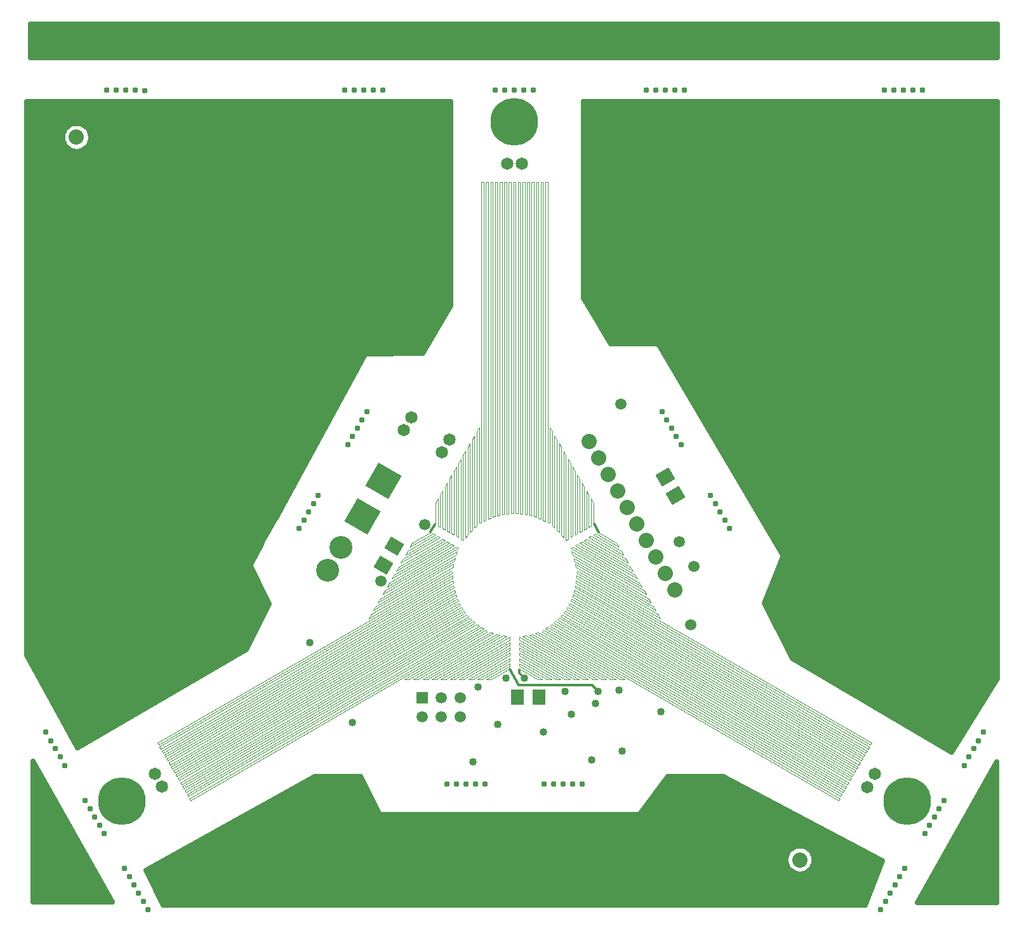
<source format=gbr>
G04 DipTrace 3.2.0.1*
G04 Inner2.gbr*
%MOIN*%
G04 #@! TF.FileFunction,Copper,L3,Inr*
G04 #@! TF.Part,Single*
%AMOUTLINE0*
4,1,4,
0.095622,0.025622,
0.025622,-0.095622,
-0.095622,-0.025622,
-0.025622,0.095622,
0.095622,0.025622,
0*%
%AMOUTLINE3*
4,1,4,
-0.05214,-0.010311,
-0.01714,0.050311,
0.05214,0.010311,
0.01714,-0.050311,
-0.05214,-0.010311,
0*%
%AMOUTLINE9*
4,1,4,
0.01714,0.050311,
0.05214,-0.010311,
-0.01714,-0.050311,
-0.05214,0.010311,
0.01714,0.050311,
0*%
G04 #@! TA.AperFunction,Conductor*
%ADD13C,0.012992*%
G04 #@! TA.AperFunction,CopperBalancing*
%ADD19C,0.025*%
G04 #@! TA.AperFunction,Nonconductor*
%ADD20C,0.004*%
G04 #@! TA.AperFunction,ComponentPad*
%ADD23C,0.12*%
%ADD29R,0.07X0.08*%
%ADD32R,0.059055X0.059055*%
%ADD33C,0.059055*%
%ADD34C,0.08*%
%ADD35C,0.065*%
%ADD36C,0.25*%
%ADD37C,0.031*%
G04 #@! TA.AperFunction,ViaPad*
%ADD41C,0.04*%
%ADD43C,0.059*%
G04 #@! TA.AperFunction,ComponentPad*
%ADD92OUTLINE0*%
%ADD95OUTLINE3*%
%ADD101OUTLINE9*%
%FSLAX26Y26*%
G04*
G70*
G90*
G75*
G01*
G04 Inner2*
%LPD*%
X3442699Y1582072D2*
D13*
X3410961Y1613811D1*
X3024756D1*
X2980664Y1695618D1*
X2584832Y2457930D2*
X2563058Y2420915D1*
X3421459Y2459709D2*
X3447043Y2418337D1*
X3057411Y1649322D2*
X3028268Y1678465D1*
Y1693865D1*
D41*
X3154699Y1368072D3*
X3428655Y1518143D3*
X2916199Y1405572D3*
X2784972Y1211925D3*
X2153789Y1418154D3*
X3567699Y1266072D3*
X3553642Y1586886D3*
X3301169Y1461899D3*
X3442699Y1582072D3*
D43*
X2531699Y2458072D3*
D41*
X1928812Y1836860D3*
X3409699Y1222072D3*
D43*
X3927699Y1932072D3*
X2303699Y2161823D3*
X3869949Y2368322D3*
X3944950Y2237072D3*
D41*
X3269699Y1582072D3*
X2960474Y1649322D3*
X3057411D3*
X3771699Y1473072D3*
X2813299Y1603281D3*
D43*
X3561699Y3089072D3*
X3366738Y4656576D2*
D19*
X5536762D1*
X3366738Y4631707D2*
X5536762D1*
X3366738Y4606839D2*
X5536762D1*
X3366738Y4581970D2*
X5536762D1*
X3366738Y4557101D2*
X5536762D1*
X3366738Y4532232D2*
X5536762D1*
X3366738Y4507364D2*
X5536762D1*
X3366738Y4482495D2*
X5536762D1*
X3366738Y4457626D2*
X5536762D1*
X3366738Y4432757D2*
X5536762D1*
X3366738Y4407888D2*
X5536762D1*
X3366738Y4383020D2*
X5536762D1*
X3366738Y4358151D2*
X5536762D1*
X3366738Y4333282D2*
X5536762D1*
X3366738Y4308413D2*
X5536762D1*
X3366738Y4283545D2*
X5536762D1*
X3366738Y4258676D2*
X5536762D1*
X3366738Y4233807D2*
X5536762D1*
X3366738Y4208938D2*
X5536762D1*
X3366738Y4184070D2*
X5536762D1*
X3366738Y4159201D2*
X5536762D1*
X3366738Y4134332D2*
X5536762D1*
X3366738Y4109463D2*
X5536762D1*
X3366738Y4084594D2*
X5536762D1*
X3366738Y4059726D2*
X5536762D1*
X3366738Y4034857D2*
X5536762D1*
X3366738Y4009988D2*
X5536762D1*
X3366738Y3985119D2*
X5536762D1*
X3366738Y3960251D2*
X5536762D1*
X3366738Y3935382D2*
X5536762D1*
X3366738Y3910513D2*
X5536762D1*
X3366738Y3885644D2*
X5536762D1*
X3366738Y3860776D2*
X5536762D1*
X3366738Y3835907D2*
X5536762D1*
X3366738Y3811038D2*
X5536762D1*
X3366738Y3786169D2*
X5536762D1*
X3366738Y3761301D2*
X5536762D1*
X3366738Y3736432D2*
X5536762D1*
X3366738Y3711563D2*
X5536762D1*
X3366738Y3686694D2*
X5536762D1*
X3366738Y3661825D2*
X5536762D1*
X3373012Y3636957D2*
X5536762D1*
X3387953Y3612088D2*
X5536762D1*
X3402846Y3587219D2*
X5536762D1*
X3417787Y3562350D2*
X5536762D1*
X3432680Y3537482D2*
X5536762D1*
X3447621Y3512613D2*
X5536762D1*
X3462514Y3487744D2*
X5536762D1*
X3477455Y3462875D2*
X5536762D1*
X3492396Y3438007D2*
X5536762D1*
X3507289Y3413138D2*
X5536762D1*
X3772133Y3388269D2*
X5536762D1*
X3786781Y3363400D2*
X5536762D1*
X3801479Y3338531D2*
X5536762D1*
X3816176Y3313663D2*
X5536762D1*
X3830873Y3288794D2*
X5536762D1*
X3845571Y3263925D2*
X5536762D1*
X3860268Y3239056D2*
X5536762D1*
X3874965Y3214188D2*
X5536762D1*
X3889663Y3189319D2*
X5536762D1*
X3904360Y3164450D2*
X5536762D1*
X3919056Y3139581D2*
X5536762D1*
X3933755Y3114713D2*
X5536762D1*
X3948451Y3089844D2*
X5536762D1*
X3963148Y3064975D2*
X5536762D1*
X3977846Y3040106D2*
X5536762D1*
X3992543Y3015238D2*
X5536762D1*
X4007240Y2990369D2*
X5536762D1*
X4021938Y2965500D2*
X5536762D1*
X4036635Y2940631D2*
X5536762D1*
X4051332Y2915762D2*
X5536762D1*
X4066029Y2890894D2*
X5536762D1*
X4080727Y2866025D2*
X5536762D1*
X4095424Y2841156D2*
X5536762D1*
X4110121Y2816287D2*
X5536762D1*
X4124819Y2791419D2*
X5536762D1*
X4139467Y2766550D2*
X5536762D1*
X4154164Y2741681D2*
X5536762D1*
X4168862Y2716812D2*
X5536762D1*
X4183559Y2691944D2*
X5536762D1*
X4198256Y2667075D2*
X5536762D1*
X4212953Y2642206D2*
X5536762D1*
X4227651Y2617337D2*
X5536762D1*
X4242348Y2592469D2*
X5536762D1*
X4257045Y2567600D2*
X5536762D1*
X4271743Y2542731D2*
X5536762D1*
X4286440Y2517862D2*
X5536762D1*
X4301136Y2492993D2*
X5536762D1*
X4315835Y2468125D2*
X5536762D1*
X4330531Y2443256D2*
X5536762D1*
X4345228Y2418387D2*
X5536762D1*
X4359927Y2393518D2*
X5536762D1*
X4374623Y2368650D2*
X5536762D1*
X4389320Y2343781D2*
X5536762D1*
X4404018Y2318912D2*
X5536762D1*
X4417739Y2294043D2*
X5536762D1*
X4407778Y2269175D2*
X5536762D1*
X4397865Y2244306D2*
X5536762D1*
X4387904Y2219437D2*
X5536762D1*
X4377944Y2194568D2*
X5536762D1*
X4367983Y2169699D2*
X5536762D1*
X4358071Y2144831D2*
X5536762D1*
X4348110Y2119962D2*
X5536762D1*
X4338148Y2095093D2*
X5536762D1*
X4328236Y2070224D2*
X5536762D1*
X4318276Y2045356D2*
X5536762D1*
X4329946Y2020487D2*
X5536762D1*
X4342396Y1995618D2*
X5536762D1*
X4354799Y1970749D2*
X5536762D1*
X4367251Y1945881D2*
X5536762D1*
X4379701Y1921012D2*
X5536762D1*
X4392104Y1896143D2*
X5536762D1*
X4404555Y1871274D2*
X5536762D1*
X4417007Y1846406D2*
X5536762D1*
X4429408Y1821537D2*
X5536762D1*
X4441860Y1796668D2*
X5536762D1*
X4454262Y1771799D2*
X5536762D1*
X4473793Y1746930D2*
X5536762D1*
X4516079Y1722062D2*
X5536762D1*
X4558364Y1697193D2*
X5536762D1*
X4600648Y1672324D2*
X5536762D1*
X4642934Y1647455D2*
X5536713D1*
X4685219Y1622587D2*
X5521136D1*
X4727455Y1597718D2*
X5505610D1*
X4769740Y1572849D2*
X5490083D1*
X4812026Y1547980D2*
X5474507D1*
X4854311Y1523112D2*
X5458979D1*
X4896596Y1498243D2*
X5443451D1*
X4938881Y1473374D2*
X5427875D1*
X4981117Y1448505D2*
X5412348D1*
X5023403Y1423636D2*
X5396820D1*
X5065688Y1398768D2*
X5381244D1*
X5107972Y1373899D2*
X5365717D1*
X5150259Y1349030D2*
X5350190D1*
X5192543Y1324161D2*
X5334613D1*
X5234780Y1299293D2*
X5319087D1*
X5277064Y1274424D2*
X5303559D1*
X5526738Y4681445D2*
X3364238D1*
Y3647412D1*
X3508841Y3406402D1*
X3753693Y3406291D1*
X3757412Y3405083D1*
X3760576Y3402783D1*
X3762499Y3400304D1*
X4413361Y2298542D1*
X4414213Y2294726D1*
X4413844Y2290832D1*
X4394774Y2242879D1*
X4315412Y2044474D1*
X4461262Y1752845D1*
X5297577Y1260894D1*
X5539252Y1647554D1*
X5539238Y4681445D1*
X5526738D1*
X445554Y4654550D2*
X2665579D1*
X445554Y4629681D2*
X2665579D1*
X445554Y4604812D2*
X2665579D1*
X445554Y4579944D2*
X2665579D1*
X445554Y4555075D2*
X665480D1*
X745627D2*
X2665579D1*
X445554Y4530206D2*
X640335D1*
X770773D2*
X2665579D1*
X445554Y4505337D2*
X630812D1*
X780295D2*
X2665579D1*
X445554Y4480469D2*
X630471D1*
X780636D2*
X2665579D1*
X445554Y4455600D2*
X639163D1*
X771945D2*
X2665579D1*
X445554Y4430731D2*
X662356D1*
X748752D2*
X2665579D1*
X445554Y4405862D2*
X2665579D1*
X445554Y4380993D2*
X2665579D1*
X445554Y4356125D2*
X2665579D1*
X445554Y4331256D2*
X2665579D1*
X445554Y4306387D2*
X2665579D1*
X445554Y4281518D2*
X2665579D1*
X445554Y4256650D2*
X2665579D1*
X445554Y4231781D2*
X2665579D1*
X445554Y4206912D2*
X2665579D1*
X445554Y4182043D2*
X2665579D1*
X445554Y4157175D2*
X2665579D1*
X445554Y4132306D2*
X2665579D1*
X445554Y4107437D2*
X2665579D1*
X445554Y4082568D2*
X2665579D1*
X445554Y4057699D2*
X2665579D1*
X445554Y4032831D2*
X2665579D1*
X445554Y4007962D2*
X2665579D1*
X445554Y3983093D2*
X2665579D1*
X445554Y3958224D2*
X2665579D1*
X445554Y3933356D2*
X2665579D1*
X445554Y3908487D2*
X2665579D1*
X445554Y3883618D2*
X2665579D1*
X445554Y3858749D2*
X2665579D1*
X445554Y3833881D2*
X2665579D1*
X445554Y3809012D2*
X2665579D1*
X445554Y3784143D2*
X2665579D1*
X445554Y3759274D2*
X2665579D1*
X445554Y3734406D2*
X2665579D1*
X445554Y3709537D2*
X2665579D1*
X445554Y3684668D2*
X2665579D1*
X445554Y3659799D2*
X2665579D1*
X445554Y3634930D2*
X2665579D1*
X445554Y3610062D2*
X2665579D1*
X445554Y3585193D2*
X2653079D1*
X445554Y3560324D2*
X2638723D1*
X445554Y3535455D2*
X2624367D1*
X445554Y3510587D2*
X2610012D1*
X445554Y3485718D2*
X2595656D1*
X445554Y3460849D2*
X2581301D1*
X445554Y3435980D2*
X2566945D1*
X445554Y3411112D2*
X2552591D1*
X445554Y3386243D2*
X2538235D1*
X445554Y3361374D2*
X2523879D1*
X445554Y3336505D2*
X2210843D1*
X445554Y3311636D2*
X2197316D1*
X445554Y3286768D2*
X2183743D1*
X445554Y3261899D2*
X2170168D1*
X445554Y3237030D2*
X2156594D1*
X445554Y3212161D2*
X2143020D1*
X445554Y3187293D2*
X2129495D1*
X445554Y3162424D2*
X2115920D1*
X445554Y3137555D2*
X2102345D1*
X445554Y3112686D2*
X2088772D1*
X445554Y3087818D2*
X2075197D1*
X445554Y3062949D2*
X2061672D1*
X445554Y3038080D2*
X2048097D1*
X445554Y3013211D2*
X2034524D1*
X445554Y2988343D2*
X2020949D1*
X445554Y2963474D2*
X2007375D1*
X445554Y2938605D2*
X1993849D1*
X445554Y2913736D2*
X1980276D1*
X445554Y2888867D2*
X1966701D1*
X445554Y2863999D2*
X1953127D1*
X445554Y2839130D2*
X1939552D1*
X445554Y2814261D2*
X1925979D1*
X445554Y2789392D2*
X1912453D1*
X445554Y2764524D2*
X1898879D1*
X445554Y2739655D2*
X1885304D1*
X445554Y2714786D2*
X1871731D1*
X445554Y2689917D2*
X1858156D1*
X445554Y2665049D2*
X1844631D1*
X445554Y2640180D2*
X1831056D1*
X445554Y2615311D2*
X1817483D1*
X445554Y2590442D2*
X1803908D1*
X445554Y2565573D2*
X1790335D1*
X445554Y2540705D2*
X1776808D1*
X445554Y2515836D2*
X1763235D1*
X445554Y2490967D2*
X1749367D1*
X445554Y2466098D2*
X1734231D1*
X445554Y2441230D2*
X1719875D1*
X445554Y2416361D2*
X1705520D1*
X445554Y2391492D2*
X1691164D1*
X445554Y2366623D2*
X1678664D1*
X445554Y2341755D2*
X1668264D1*
X445554Y2316886D2*
X1654689D1*
X445554Y2292017D2*
X1641164D1*
X445554Y2267148D2*
X1627591D1*
X445554Y2242280D2*
X1614016D1*
X445554Y2217411D2*
X1626320D1*
X445554Y2192542D2*
X1638772D1*
X445554Y2167673D2*
X1651223D1*
X445554Y2142804D2*
X1663625D1*
X445554Y2117936D2*
X1676076D1*
X445554Y2093067D2*
X1688528D1*
X445554Y2068198D2*
X1700929D1*
X445554Y2043329D2*
X1713381D1*
X445554Y2018461D2*
X1702345D1*
X445554Y1993592D2*
X1689895D1*
X445554Y1968723D2*
X1677492D1*
X445554Y1943854D2*
X1665041D1*
X445554Y1918986D2*
X1652591D1*
X445554Y1894117D2*
X1640188D1*
X445554Y1869248D2*
X1627736D1*
X445554Y1844379D2*
X1615285D1*
X445554Y1819510D2*
X1602883D1*
X445554Y1794642D2*
X1582912D1*
X445773Y1769773D2*
X1540285D1*
X459445Y1744904D2*
X1497659D1*
X473117Y1720035D2*
X1455031D1*
X486789Y1695167D2*
X1412404D1*
X500461Y1670298D2*
X1369777D1*
X514133Y1645429D2*
X1327101D1*
X527804Y1620560D2*
X1284475D1*
X541476Y1595692D2*
X1241848D1*
X555148Y1570823D2*
X1199220D1*
X568869Y1545954D2*
X1156594D1*
X582541Y1521085D2*
X1113967D1*
X596213Y1496217D2*
X1071340D1*
X609885Y1471348D2*
X1028713D1*
X623556Y1446479D2*
X986087D1*
X637228Y1421610D2*
X943411D1*
X650900Y1396741D2*
X900783D1*
X664572Y1371873D2*
X858156D1*
X678293Y1347004D2*
X815529D1*
X691965Y1322135D2*
X772903D1*
X705636Y1297266D2*
X730276D1*
X778827Y4486152D2*
X777024Y4474760D1*
X773459Y4463791D1*
X768223Y4453514D1*
X761444Y4444184D1*
X753289Y4436029D1*
X743958Y4429249D1*
X733681Y4424013D1*
X722713Y4420449D1*
X711320Y4418646D1*
X699787D1*
X688395Y4420449D1*
X677427Y4424013D1*
X667150Y4429249D1*
X657819Y4436029D1*
X649664Y4444184D1*
X642885Y4453514D1*
X637648Y4463791D1*
X634084Y4474760D1*
X632281Y4486152D1*
Y4497685D1*
X634084Y4509077D1*
X637648Y4520046D1*
X642885Y4530323D1*
X649664Y4539654D1*
X657819Y4547808D1*
X667150Y4554588D1*
X677427Y4559824D1*
X688395Y4563388D1*
X699787Y4565192D1*
X711320D1*
X722713Y4563388D1*
X733681Y4559824D1*
X743958Y4554588D1*
X753289Y4547808D1*
X761444Y4539654D1*
X768223Y4530323D1*
X773459Y4520046D1*
X777024Y4509077D1*
X778827Y4497685D1*
Y4486152D1*
X1699654Y2401919D2*
X1747261Y2484197D1*
X1752163Y2491365D1*
X1787178Y2555168D1*
X2220651Y3349547D1*
X2223493Y3352234D1*
X2227026Y3353911D1*
X2231024Y3354406D1*
X2363513Y3354419D1*
X2377185Y3356064D1*
X2397438Y3356908D1*
X2523816D1*
X2668052Y3606795D1*
X2668054Y4679419D1*
X443054D1*
Y1770092D1*
X710350Y1284135D1*
X1596070Y1800857D1*
X1716593Y2041948D1*
X1618636Y2238146D1*
X1618054Y2242013D1*
X1618696Y2245871D1*
X1625566Y2258878D1*
X1673147Y2346110D1*
X1675392Y2352757D1*
X1684008Y2373133D1*
X1693404Y2391093D1*
X1699654Y2401919D1*
X1913745Y1107912D2*
X2204986D1*
X3792896D2*
X4144147D1*
X1868971Y1083043D2*
X2217437D1*
X3774244D2*
X4191119D1*
X1824244Y1058175D2*
X2229840D1*
X3755592D2*
X4238092D1*
X1779469Y1033306D2*
X2242291D1*
X3736940D2*
X4285064D1*
X1734693Y1008437D2*
X2254741D1*
X3718287D2*
X4332037D1*
X1689917Y983568D2*
X2267144D1*
X3699635D2*
X4379009D1*
X1645192Y958699D2*
X2279596D1*
X3680983D2*
X4425983D1*
X1600416Y933831D2*
X2292047D1*
X3662329D2*
X4472955D1*
X1555640Y908962D2*
X4519928D1*
X1510865Y884093D2*
X4566900D1*
X1466089Y859224D2*
X4613873D1*
X1421364Y834356D2*
X4660845D1*
X1376588Y809487D2*
X4707818D1*
X1331812Y784618D2*
X4754791D1*
X1287037Y759749D2*
X4464996D1*
X4540552D2*
X4801764D1*
X1242311Y734881D2*
X4438336D1*
X4567213D2*
X4848736D1*
X1197535Y710012D2*
X4428277D1*
X4577272D2*
X4895757D1*
X1152760Y685143D2*
X4427496D1*
X4578052D2*
X4932769D1*
X1107984Y660274D2*
X4435650D1*
X4569899D2*
X4922808D1*
X1074196Y635406D2*
X4457623D1*
X4547925D2*
X4912848D1*
X1086597Y610537D2*
X4902936D1*
X1099049Y585668D2*
X4892975D1*
X1111500Y560799D2*
X4883013D1*
X1123902Y535930D2*
X4873052D1*
X1136353Y511062D2*
X4863140D1*
X1148804Y486193D2*
X4853180D1*
X1161207Y461324D2*
X4843219D1*
X4576047Y689514D2*
X4574244Y678122D1*
X4570680Y667154D1*
X4565444Y656877D1*
X4558664Y647546D1*
X4550509Y639391D1*
X4541178Y632612D1*
X4530902Y627375D1*
X4519933Y623811D1*
X4508541Y622008D1*
X4497008D1*
X4485615Y623811D1*
X4474647Y627375D1*
X4464370Y632612D1*
X4455039Y639391D1*
X4446885Y647546D1*
X4440105Y656877D1*
X4434869Y667154D1*
X4431304Y678122D1*
X4429501Y689514D1*
Y701047D1*
X4431304Y712440D1*
X4434869Y723408D1*
X4440105Y733685D1*
X4446885Y743016D1*
X4455039Y751171D1*
X4464370Y757950D1*
X4474647Y763186D1*
X4485615Y766751D1*
X4497008Y768554D1*
X4508541D1*
X4519933Y766751D1*
X4530902Y763186D1*
X4541178Y757950D1*
X4550509Y751171D1*
X4558664Y743016D1*
X4565444Y733685D1*
X4570680Y723408D1*
X4574244Y712440D1*
X4576047Y701047D1*
Y689514D1*
X1069304Y640171D2*
X1160521Y457740D1*
X4844327Y457781D1*
X4937008Y689522D1*
X4099648Y1132793D1*
X3808975Y1132781D1*
X3661478Y936308D1*
X3658280Y934058D1*
X3654542Y932907D1*
X3615274Y932781D1*
X2300819Y932934D1*
X2297100Y934143D1*
X2293936Y936442D1*
X2291469Y939971D1*
X2195028Y1132822D1*
X1955948Y1132781D1*
X1069278Y640151D1*
X477618Y1173856D2*
X494761D1*
X477618Y1148987D2*
X508776D1*
X477618Y1124118D2*
X522740D1*
X477618Y1099249D2*
X536753D1*
X477618Y1074381D2*
X550719D1*
X477618Y1049512D2*
X564732D1*
X477618Y1024643D2*
X578697D1*
X477618Y999774D2*
X592711D1*
X477618Y974906D2*
X606676D1*
X477618Y950037D2*
X620689D1*
X477618Y925168D2*
X634655D1*
X477618Y900299D2*
X648668D1*
X477618Y875430D2*
X662633D1*
X477618Y850562D2*
X676647D1*
X477618Y825693D2*
X690612D1*
X477618Y800824D2*
X704625D1*
X477618Y775955D2*
X718589D1*
X477618Y751087D2*
X732604D1*
X477618Y726218D2*
X746568D1*
X477618Y701349D2*
X760581D1*
X477618Y676480D2*
X774547D1*
X477618Y651612D2*
X788512D1*
X477618Y626743D2*
X802525D1*
X477618Y601874D2*
X816491D1*
X477618Y577005D2*
X830504D1*
X477618Y552136D2*
X844469D1*
X477618Y527268D2*
X858483D1*
X477618Y502399D2*
X872448D1*
X477618Y477530D2*
X886461D1*
X475118Y1213257D2*
Y473462D1*
X891281D1*
X475114Y1213249D1*
X5515497Y1170081D2*
X5532665D1*
X5501483Y1145213D2*
X5532665D1*
X5487518Y1120344D2*
X5532665D1*
X5473505Y1095475D2*
X5532665D1*
X5459539Y1070606D2*
X5532665D1*
X5445526Y1045738D2*
X5532665D1*
X5431562Y1020869D2*
X5532665D1*
X5417547Y996000D2*
X5532665D1*
X5403583Y971131D2*
X5532665D1*
X5389570Y946262D2*
X5532665D1*
X5375604Y921394D2*
X5532665D1*
X5361591Y896525D2*
X5532665D1*
X5347626Y871656D2*
X5532665D1*
X5333612Y846787D2*
X5532665D1*
X5319647Y821919D2*
X5532665D1*
X5305634Y797050D2*
X5532665D1*
X5291669Y772181D2*
X5532665D1*
X5277655Y747312D2*
X5532665D1*
X5263690Y722444D2*
X5532665D1*
X5249677Y697575D2*
X5532665D1*
X5235711Y672706D2*
X5532665D1*
X5221747Y647837D2*
X5532665D1*
X5207734Y622969D2*
X5532665D1*
X5193768Y598100D2*
X5532665D1*
X5179755Y573231D2*
X5532665D1*
X5165790Y548362D2*
X5532665D1*
X5151776Y523493D2*
X5532665D1*
X5137811Y498625D2*
X5532665D1*
X5123798Y473756D2*
X5532665D1*
X5535140Y482188D2*
Y1209483D1*
X5119000Y469663D1*
X5535140Y469688D1*
Y482188D1*
X465344Y5061126D2*
X5535369D1*
X465344Y5036257D2*
X5535369D1*
X465344Y5011388D2*
X5535369D1*
X465344Y4986520D2*
X5535369D1*
X465344Y4961651D2*
X5535369D1*
X465344Y4936782D2*
X5535369D1*
X465344Y4911913D2*
X5535369D1*
X462844Y5073495D2*
Y4910995D1*
X5537844D1*
Y5085995D1*
X462844D1*
Y5073495D1*
D92*
X2315699Y2687072D3*
X2207199Y2499144D3*
D95*
X2372449Y2343072D3*
X2315949Y2245211D3*
D101*
X3850726Y2610566D3*
X3794226Y2708427D3*
D29*
X3020644Y1549516D3*
X3133644D3*
D32*
X2520199Y1548072D3*
D33*
Y1448072D3*
X2620199Y1548072D3*
Y1448072D3*
X2720199Y1548072D3*
Y1448072D3*
D23*
X2091301Y2336816D3*
X2022400Y2217478D3*
D34*
X3394699Y2894072D3*
X3444699Y2807470D3*
X3494699Y2720867D3*
X3544699Y2634265D3*
X3594699Y2547663D3*
X3644699Y2461060D3*
X3694699Y2374458D3*
X3744699Y2287856D3*
X3794699Y2201252D3*
X3844699Y2114650D3*
D35*
X2462699Y3022072D3*
X2423329Y2953881D3*
X2661808Y2904823D3*
X2622438Y2836631D3*
X2964778Y4352857D3*
X3043518D3*
X1153762Y1079282D3*
X1114392Y1147474D3*
X4894633Y1146925D3*
X4855262Y1078734D3*
D36*
X3003699Y4574072D3*
X5065699Y1003072D3*
X942699D3*
D34*
X703699Y4493072D3*
X4503699Y693072D3*
D37*
X862699Y4739072D3*
X913199Y4739572D3*
X963199D3*
X1012699D3*
X1063199Y4738572D3*
X2112699Y4739072D3*
X2163699D3*
X2213199D3*
X2263199Y4739572D3*
X2312699D3*
X2903699D3*
X2953699D3*
X3003699D3*
X3053699D3*
X3103699D3*
X3694199Y4739072D3*
X3744199Y4739572D3*
X3795199D3*
X3844699D3*
X3895199Y4739072D3*
X4944699D3*
X4994699D3*
X5044699D3*
X5094699Y4740072D3*
X5145699Y4739072D3*
X5464699Y1365572D3*
X5439699Y1322072D3*
X5364699Y1192072D3*
X5389699Y1235572D3*
X5414699Y1279072D3*
X5258199Y1008072D3*
X5233199Y964572D3*
X5158199Y834572D3*
X5183199Y878072D3*
X5208199Y921572D3*
X5026199Y606572D3*
X5001199Y563072D3*
X4926199Y433072D3*
X4951199Y476572D3*
X4976199Y520072D3*
X5051199Y651072D3*
X1080699Y433072D3*
X1055699Y476572D3*
X1030699Y520072D3*
X955699Y650572D3*
X981199Y606572D3*
X1005699Y563072D3*
X849199Y834572D3*
X824199Y878072D3*
X799199Y921572D3*
X749199Y1007572D3*
X774199Y964572D3*
X642699Y1192072D3*
X617699Y1235572D3*
X592699Y1279072D3*
X543199Y1365572D3*
X567699Y1322072D3*
X3158699Y1094072D3*
X3208699D3*
X3258699D3*
X3308699D3*
X3358699D3*
X2648699Y1093572D3*
X2698699Y1094072D3*
X2748699D3*
X2798699D3*
X2848699D3*
X3778699Y3051572D3*
X3803699Y3008072D3*
X3828699Y2965072D3*
X3853699Y2921572D3*
X3879199Y2878072D3*
X4033699Y2609572D3*
X4058699Y2566572D3*
X4083699Y2523072D3*
X4108699Y2479572D3*
X4133699Y2436072D3*
X2228699Y3051572D3*
X2203199Y3008072D3*
X2178699Y2965072D3*
X2153699Y2921572D3*
X2128699Y2878072D3*
X1973699Y2609572D3*
X1948699Y2566072D3*
X1923699Y2523072D3*
X1898699Y2480072D3*
X1873699Y2436572D3*
X3009699Y2516264D2*
D20*
Y4256375D1*
X3021699Y2515820D2*
Y4256375D1*
X3033699Y2514930D2*
Y4256375D1*
X3045699Y2513593D2*
Y4256375D1*
X3057699Y2511799D2*
Y4256375D1*
X3069699Y2509543D2*
Y4256375D1*
X3081699Y2506815D2*
Y4256375D1*
X3093699Y2503601D2*
Y4256375D1*
X3105699Y2499888D2*
Y4256375D1*
X3117699Y2495656D2*
Y4256375D1*
X3129699Y2490885D2*
Y4256375D1*
X3141699Y2485546D2*
Y4256375D1*
X3153699Y2479609D2*
Y4256375D1*
X3165699Y2473035D2*
Y4256375D1*
X2997699Y2516264D2*
Y4256375D1*
X2985699Y2515820D2*
Y4256375D1*
X2973699Y2514930D2*
Y4256375D1*
X2961699Y2513593D2*
Y4256375D1*
X2949699Y2511799D2*
Y4256375D1*
X2937699Y2509543D2*
Y4256375D1*
X2925699Y2506815D2*
Y4256375D1*
X2913699Y2503601D2*
Y4256375D1*
X2901699Y2499888D2*
Y4256375D1*
X2889699Y2495656D2*
Y4256375D1*
X2877699Y2490885D2*
Y4256375D1*
X2865699Y2485546D2*
Y4256375D1*
X2853699Y2479609D2*
Y4256375D1*
X2841699Y2473035D2*
Y4256375D1*
X2829699Y2465781D2*
Y4256375D1*
X2841699D1*
X2853699D2*
X2865699D1*
X2877699D2*
X2889699D1*
X2901699D2*
X2913699D1*
X2925699D2*
X2937699D1*
X2949699D2*
X2961699D1*
X2973699D2*
X2985699D1*
X2997699D2*
X3009699D1*
X3021699D2*
X3033699D1*
X3045699D2*
X3057699D1*
X3069699D2*
X3081699D1*
X3093699D2*
X3105699D1*
X3117699D2*
X3129699D1*
X3141699D2*
X3153699D1*
X3165699D2*
X3177699D1*
X3165699Y2473035D2*
X3153699Y2479609D1*
X3141699Y2485546D2*
X3129699Y2490885D1*
X3117699Y2495656D2*
X3105699Y2499888D1*
X3093699Y2503601D2*
X3081699Y2506815D1*
X3069699Y2509543D2*
X3057699Y2511799D1*
X3045699Y2513593D2*
X3033699Y2514930D1*
X3021699Y2515820D2*
X3009699Y2516264D1*
X2997699D2*
X2985699Y2515820D1*
X2973699Y2514930D2*
X2961699Y2513593D1*
X2949699Y2511799D2*
X2937699Y2509543D1*
X2841699Y2473035D2*
X2853699Y2479609D1*
X2865699Y2485546D2*
X2877699Y2490885D1*
X2889699Y2495656D2*
X2901699Y2499888D1*
X2913699Y2503601D2*
X2925699Y2506815D1*
X2817699Y2465781D2*
Y2966937D1*
X2805699Y2448991D2*
Y2946152D1*
X2793699Y2439301D2*
Y2925367D1*
X2781699Y2428609D2*
Y2904583D1*
X2769699Y2416774D2*
Y2883798D1*
X2757699Y2403604D2*
Y2863014D1*
X2745699Y2388831D2*
Y2842230D1*
X2733699Y2375114D2*
Y2821445D1*
X2721699Y2382042D2*
Y2800660D1*
X2709699Y2388971D2*
Y2779875D1*
X2697699Y2395899D2*
Y2759091D1*
X2685699Y2402827D2*
Y2738306D1*
X2673699Y2409756D2*
Y2717521D1*
X2661699Y2416684D2*
Y2696738D1*
X2649699Y2423612D2*
Y2675953D1*
X2637699Y2430539D2*
Y2655168D1*
X2625699Y2437469D2*
Y2634383D1*
X2613699Y2444396D2*
Y2613598D1*
X2601699Y2451324D2*
Y2592814D1*
X2589699Y2458253D2*
Y2572029D1*
X2829699Y2465781D2*
X2817699D1*
Y2966937D2*
X2805699Y2946152D1*
X2793699Y2925367D2*
X2781699Y2904583D1*
X2769699Y2883798D2*
X2757699Y2863014D1*
X2745699Y2842230D2*
X2733699Y2821445D1*
X2721699Y2800660D2*
X2709699Y2779875D1*
X2697699Y2759091D2*
X2685699Y2738306D1*
X2673699Y2717521D2*
X2661699Y2696738D1*
X2649699Y2675953D2*
X2637699Y2655168D1*
X2625699Y2634383D2*
X2613699Y2613598D1*
X2601699Y2592814D2*
X2589699Y2572029D1*
X2733699Y2375114D2*
X2721699Y2382042D1*
X2709699Y2388971D2*
X2697699Y2395899D1*
X2685699Y2402827D2*
X2673699Y2409756D1*
X2661699Y2416684D2*
X2649699Y2423612D1*
X2637699Y2430539D2*
X2625699Y2437469D1*
X2613699Y2444396D2*
X2601699Y2451324D1*
X3177699Y2465781D2*
Y4256375D1*
X3189699Y2465781D2*
Y2966937D1*
X3201699Y2448991D2*
Y2946152D1*
X3213699Y2439301D2*
Y2925367D1*
X3225699Y2428609D2*
Y2904583D1*
X3237699Y2416774D2*
Y2883798D1*
X3249699Y2403604D2*
Y2863014D1*
X3261699Y2388831D2*
Y2842230D1*
X3273699Y2375114D2*
Y2821445D1*
X3285699Y2382042D2*
Y2800660D1*
X3297699Y2388971D2*
Y2779875D1*
X3309699Y2395899D2*
Y2759091D1*
X3321699Y2402827D2*
Y2738306D1*
X3333699Y2409756D2*
Y2717521D1*
X3345699Y2416684D2*
Y2696738D1*
X3357699Y2423612D2*
Y2675953D1*
X3369699Y2430539D2*
Y2655168D1*
X3381699Y2437469D2*
Y2634383D1*
X3393699Y2444396D2*
Y2613598D1*
X3405699Y2451324D2*
Y2592814D1*
X3417699Y2458253D2*
Y2571572D1*
X3177699Y2465781D2*
X3189699D1*
Y2966937D2*
X3201699Y2946152D1*
X3213699Y2925367D2*
X3225699Y2904583D1*
X3237699Y2883798D2*
X3249699Y2863014D1*
X3261699Y2842230D2*
X3273699Y2821445D1*
X3285699Y2800660D2*
X3297699Y2779875D1*
X3309699Y2759091D2*
X3321699Y2738306D1*
X3333699Y2717521D2*
X3345699Y2696738D1*
X3357699Y2675953D2*
X3369699Y2655168D1*
X3381699Y2634383D2*
X3393699Y2613598D1*
X3405699Y2592814D2*
X3417699Y2572029D1*
X3273699Y2375114D2*
X3285699Y2382042D1*
X3297699Y2388971D2*
X3309699Y2395899D1*
X3321699Y2402827D2*
X3333699Y2409756D1*
X3345699Y2416684D2*
X3357699Y2423612D1*
X3369699Y2430539D2*
X3381699Y2437469D1*
X3393699Y2444396D2*
X3405699Y2451324D1*
X2745699Y2388831D2*
X2757699Y2403604D1*
X2769699Y2416774D2*
X2781699Y2428609D1*
X2793699Y2439301D2*
X2805699Y2448991D1*
X3201699D2*
X3213699Y2439301D1*
X3225699Y2428609D2*
X3237699Y2416774D1*
X3249699Y2403604D2*
X3261699Y2388831D1*
X2719461Y2034340D2*
X1212480Y1164285D1*
X2713845Y2044954D2*
X1206480Y1174677D1*
X2708614Y2055791D2*
X1200480Y1185068D1*
X2703774Y2066852D2*
X1194480Y1195461D1*
X2699327Y2078142D2*
X1188480Y1205853D1*
X2695281Y2089661D2*
X1182480Y1216245D1*
X2691643Y2101419D2*
X1176480Y1226638D1*
X2688427Y2113417D2*
X1170480Y1237030D1*
X2685642Y2125667D2*
X1164480Y1247423D1*
X2683307Y2138175D2*
X1158480Y1257815D1*
X2681440Y2150953D2*
X1152480Y1268207D1*
X2680063Y2164014D2*
X1146480Y1278600D1*
X2679205Y2177375D2*
X1140480Y1288992D1*
X2678898Y2191054D2*
X1134480Y1299385D1*
X2725461Y2023948D2*
X1218480Y1153892D1*
X2731845Y2013777D2*
X1224480Y1143500D1*
X2738614Y2003829D2*
X1230480Y1133108D1*
X2745774Y1994106D2*
X1236480Y1122715D1*
X2753327Y1984610D2*
X1242480Y1112323D1*
X2761281Y1975346D2*
X1248480Y1101930D1*
X2769643Y1966318D2*
X1254480Y1091538D1*
X2778427Y1957533D2*
X1260480Y1081146D1*
X2787642Y1948997D2*
X1266480Y1070753D1*
X2797307Y1940720D2*
X1272480Y1060361D1*
X2807440Y1932714D2*
X1278480Y1049969D1*
X2818063Y1924991D2*
X1284480Y1039576D1*
X2829205Y1917567D2*
X1290480Y1029184D1*
X2840898Y1910462D2*
X1296480Y1018793D1*
X2853180Y1903697D2*
X1302480Y1008400D1*
X1296480Y1018793D1*
X1290480Y1029184D2*
X1284480Y1039576D1*
X1278480Y1049969D2*
X1272480Y1060361D1*
X1266480Y1070753D2*
X1260480Y1081146D1*
X1254480Y1091538D2*
X1248480Y1101930D1*
X1242480Y1112323D2*
X1236480Y1122715D1*
X1230480Y1133108D2*
X1224480Y1143500D1*
X1218480Y1153892D2*
X1212480Y1164285D1*
X1206480Y1174677D2*
X1200480Y1185068D1*
X1194480Y1195461D2*
X1188480Y1205853D1*
X1182480Y1216245D2*
X1176480Y1226638D1*
X1170480Y1237030D2*
X1164480Y1247423D1*
X1158480Y1257815D2*
X1152480Y1268207D1*
X1146480Y1278600D2*
X1140480Y1288992D1*
X1134480Y1299385D2*
X1128480Y1309777D1*
X2678898Y2191054D2*
X2679205Y2177375D1*
X2680063Y2164014D2*
X2681440Y2150953D1*
X2683307Y2138175D2*
X2685642Y2125667D1*
X2688427Y2113417D2*
X2691643Y2101419D1*
X2695281Y2089661D2*
X2699327Y2078142D1*
X2703774Y2066852D2*
X2708614Y2055791D1*
X2713845Y2044954D2*
X2719461Y2034340D1*
X2725461Y2023948D2*
X2731845Y2013777D1*
X2738614Y2003829D2*
X2745774Y1994106D1*
X2753327Y1984610D2*
X2761281Y1975346D1*
X2840898Y1910462D2*
X2829205Y1917567D1*
X2818063Y1924991D2*
X2807440Y1932714D1*
X2797307Y1940720D2*
X2787642Y1948997D1*
X2778427Y1957533D2*
X2769643Y1966318D1*
X2859180Y1893304D2*
X2425167Y1642726D1*
X2879720Y1891307D2*
X2449167Y1642726D1*
X2894113Y1885760D2*
X2473167Y1642726D1*
X2909371Y1880714D2*
X2497167Y1642726D1*
X2925621Y1876239D2*
X2521167Y1642726D1*
X2943028Y1872432D2*
X2545167Y1642726D1*
X2961822Y1869425D2*
X2569167Y1642726D1*
X2979699Y1865891D2*
X2593167Y1642726D1*
X2979699Y1852035D2*
X2617167Y1642726D1*
X2979699Y1838178D2*
X2641167Y1642726D1*
X2979699Y1824323D2*
X2665167Y1642726D1*
X2979699Y1810466D2*
X2689167Y1642726D1*
X2979699Y1796609D2*
X2713167Y1642726D1*
X2979699Y1782753D2*
X2737167Y1642726D1*
X2979699Y1768896D2*
X2761167Y1642726D1*
X2979699Y1755041D2*
X2785167Y1642726D1*
X2979699Y1741184D2*
X2809167Y1642726D1*
X2979699Y1727327D2*
X2833167Y1642726D1*
X2979699Y1713471D2*
X2857167Y1642726D1*
X2979699Y1699614D2*
X2881167Y1642726D1*
X2853180Y1903697D2*
X2859180Y1893304D1*
X2425167Y1642726D2*
X2449167D1*
X2473167D2*
X2497167D1*
X2521167D2*
X2545167D1*
X2569167D2*
X2593167D1*
X2617167D2*
X2641167D1*
X2665167D2*
X2689167D1*
X2713167D2*
X2737167D1*
X2761167D2*
X2785167D1*
X2809167D2*
X2833167D1*
X2857167D2*
X2881167D1*
X2979699Y1865891D2*
Y1852035D1*
Y1838178D2*
Y1824323D1*
Y1810466D2*
Y1796609D1*
Y1782753D2*
Y1768896D1*
Y1755041D2*
Y1741184D1*
Y1727327D2*
Y1713471D1*
X2679180Y2205073D2*
X1128480Y1309777D1*
X2673180Y2215466D2*
X2239167Y1964888D1*
X2681720Y2234253D2*
X2251167Y1985672D1*
X2684113Y2249491D2*
X2263167Y2006457D1*
X2687371Y2265228D2*
X2275167Y2027241D1*
X2691621Y2281538D2*
X2287167Y2048026D1*
X2697028Y2298516D2*
X2299167Y2068811D1*
X2703822Y2316295D2*
X2311167Y2089596D1*
X2709699Y2333545D2*
X2323167Y2110381D1*
X2697699Y2340474D2*
X2335167Y2131164D1*
X2685699Y2347402D2*
X2347167Y2151949D1*
X2673699Y2354329D2*
X2359167Y2172734D1*
X2661699Y2361259D2*
X2371167Y2193518D1*
X2649699Y2368186D2*
X2383167Y2214303D1*
X2637699Y2375114D2*
X2395167Y2235088D1*
X2625699Y2382042D2*
X2407167Y2255873D1*
X2613699Y2388971D2*
X2419167Y2276657D1*
X2601699Y2395899D2*
X2431167Y2297441D1*
X2589699Y2402827D2*
X2443167Y2318226D1*
X2577699Y2409756D2*
X2455167Y2339010D1*
X2565699Y2416684D2*
X2467167Y2359795D1*
X2679180Y2205073D2*
X2673180Y2215466D1*
X2239167Y1964888D2*
X2251167Y1985672D1*
X2263167Y2006457D2*
X2275167Y2027241D1*
X2287167Y2048026D2*
X2299167Y2068811D1*
X2311167Y2089596D2*
X2323167Y2110381D1*
X2335167Y2131164D2*
X2347167Y2151949D1*
X2359167Y2172734D2*
X2371167Y2193518D1*
X2383167Y2214303D2*
X2395167Y2235088D1*
X2407167Y2255873D2*
X2419167Y2276657D1*
X2431167Y2297441D2*
X2443167Y2318226D1*
X2455167Y2339010D2*
X2467167Y2359795D1*
X2709699Y2333545D2*
X2697699Y2340474D1*
X2685699Y2347402D2*
X2673699Y2354329D1*
X2661699Y2361259D2*
X2649699Y2368186D1*
X2637699Y2375114D2*
X2625699Y2382042D1*
X2613699Y2388971D2*
X2601699Y2395899D1*
X2589699Y2402827D2*
X2577699Y2409756D1*
X2961822Y1869425D2*
X2943028Y1872432D1*
X2925621Y1876239D2*
X2909371Y1880714D1*
X2894113Y1885760D2*
X2879720Y1891307D1*
X2681720Y2234253D2*
X2684113Y2249491D1*
X2687371Y2265228D2*
X2691621Y2281538D1*
X2697028Y2298516D2*
X2703822Y2316295D1*
X3281938Y2023948D2*
X4788919Y1153892D1*
X3275554Y2013777D2*
X4782919Y1143500D1*
X3268785Y2003829D2*
X4776919Y1133108D1*
X3261625Y1994106D2*
X4770919Y1122715D1*
X3254072Y1984610D2*
X4764919Y1112323D1*
X3246118Y1975346D2*
X4758919Y1101930D1*
X3237756Y1966318D2*
X4752919Y1091538D1*
X3228972Y1957533D2*
X4746919Y1081146D1*
X3219757Y1948997D2*
X4740919Y1070753D1*
X3210092Y1940720D2*
X4734919Y1060361D1*
X3199959Y1932714D2*
X4728919Y1049969D1*
X3189336Y1924991D2*
X4722919Y1039576D1*
X3178194Y1917567D2*
X4716919Y1029184D1*
X3166501Y1910462D2*
X4710919Y1018793D1*
X3287938Y2034340D2*
X4794919Y1164285D1*
X3293554Y2044954D2*
X4800919Y1174677D1*
X3298785Y2055791D2*
X4806919Y1185068D1*
X3303625Y2066852D2*
X4812919Y1195461D1*
X3308072Y2078142D2*
X4818919Y1205853D1*
X3312118Y2089661D2*
X4824919Y1216245D1*
X3315756Y2101419D2*
X4830919Y1226638D1*
X3318972Y2113417D2*
X4836919Y1237030D1*
X3321757Y2125667D2*
X4842919Y1247423D1*
X3324092Y2138175D2*
X4848919Y1257815D1*
X3325959Y2150953D2*
X4854919Y1268207D1*
X3327336Y2164014D2*
X4860919Y1278600D1*
X3328194Y2177375D2*
X4866919Y1288992D1*
X3328501Y2191054D2*
X4872919Y1299385D1*
X3328219Y2205073D2*
X4878919Y1309777D1*
X4872919Y1299385D1*
X4866919Y1288992D2*
X4860919Y1278600D1*
X4854919Y1268207D2*
X4848919Y1257815D1*
X4842919Y1247423D2*
X4836919Y1237030D1*
X4830919Y1226638D2*
X4824919Y1216245D1*
X4818919Y1205853D2*
X4812919Y1195461D1*
X4806919Y1185068D2*
X4800919Y1174677D1*
X4794919Y1164285D2*
X4788919Y1153892D1*
X4782919Y1143500D2*
X4776919Y1133108D1*
X4770919Y1122715D2*
X4764919Y1112323D1*
X4758919Y1101930D2*
X4752919Y1091538D1*
X4746919Y1081146D2*
X4740919Y1070753D1*
X4734919Y1060361D2*
X4728919Y1049969D1*
X4722919Y1039576D2*
X4716919Y1029184D1*
X4710919Y1018793D2*
X4704919Y1008400D1*
X3166501Y1910462D2*
X3178194Y1917567D1*
X3189336Y1924991D2*
X3199959Y1932714D1*
X3210092Y1940720D2*
X3219757Y1948997D1*
X3228972Y1957533D2*
X3237756Y1966318D1*
X3246118Y1975346D2*
X3254072Y1984610D1*
X3261625Y1994106D2*
X3268785Y2003829D1*
X3275554Y2013777D2*
X3281938Y2023948D1*
X3287938Y2034340D2*
X3293554Y2044954D1*
X3298785Y2055791D2*
X3303625Y2066852D1*
X3308072Y2078142D2*
X3312118Y2089661D1*
X3328501Y2191054D2*
X3328194Y2177375D1*
X3327336Y2164014D2*
X3325959Y2150953D1*
X3324092Y2138175D2*
X3321757Y2125667D1*
X3318972Y2113417D2*
X3315756Y2101419D1*
X3334219Y2215466D2*
X3768232Y1964888D1*
X3325678Y2234253D2*
X3756232Y1985672D1*
X3323286Y2249491D2*
X3744232Y2006457D1*
X3320028Y2265228D2*
X3732232Y2027241D1*
X3315778Y2281538D2*
X3720232Y2048026D1*
X3310371Y2298516D2*
X3708232Y2068811D1*
X3303577Y2316295D2*
X3696232Y2089596D1*
X3297699Y2333545D2*
X3684232Y2110381D1*
X3309699Y2340474D2*
X3672232Y2131164D1*
X3321699Y2347402D2*
X3660232Y2151949D1*
X3333699Y2354329D2*
X3648232Y2172734D1*
X3345699Y2361259D2*
X3636232Y2193518D1*
X3357699Y2368186D2*
X3624232Y2214303D1*
X3369699Y2375114D2*
X3612232Y2235088D1*
X3381699Y2382042D2*
X3600232Y2255873D1*
X3393699Y2388971D2*
X3588232Y2276657D1*
X3405699Y2395899D2*
X3576232Y2297441D1*
X3417699Y2402827D2*
X3564232Y2318226D1*
X3429699Y2409756D2*
X3552232Y2339010D1*
X3441699Y2416684D2*
X3540232Y2359795D1*
X3328219Y2205073D2*
X3334219Y2215466D1*
X3768232Y1964888D2*
X3756232Y1985672D1*
X3744232Y2006457D2*
X3732232Y2027241D1*
X3720232Y2048026D2*
X3708232Y2068811D1*
X3696232Y2089596D2*
X3684232Y2110381D1*
X3672232Y2131164D2*
X3660232Y2151949D1*
X3648232Y2172734D2*
X3636232Y2193518D1*
X3624232Y2214303D2*
X3612232Y2235088D1*
X3600232Y2255873D2*
X3588232Y2276657D1*
X3576232Y2297441D2*
X3564232Y2318226D1*
X3552232Y2339010D2*
X3540232Y2359795D1*
X3297699Y2333545D2*
X3309699Y2340474D1*
X3321699Y2347402D2*
X3333699Y2354329D1*
X3345699Y2361259D2*
X3357699Y2368186D1*
X3369699Y2375114D2*
X3381699Y2382042D1*
X3393699Y2388971D2*
X3405699Y2395899D1*
X3417699Y2402827D2*
X3429699Y2409756D1*
X3154219Y1903697D2*
X4704919Y1008400D1*
X3148219Y1893304D2*
X3582232Y1642726D1*
X3127678Y1891307D2*
X3558232Y1642726D1*
X3113286Y1885760D2*
X3534232Y1642726D1*
X3098028Y1880714D2*
X3510232Y1642726D1*
X3081778Y1876239D2*
X3486232Y1642726D1*
X3064371Y1872432D2*
X3462232Y1642726D1*
X3045577Y1869425D2*
X3438232Y1642726D1*
X3027699Y1865891D2*
X3414232Y1642726D1*
X3027699Y1852035D2*
X3390232Y1642726D1*
X3027699Y1838178D2*
X3366232Y1642726D1*
X3027699Y1824323D2*
X3342232Y1642726D1*
X3027699Y1810466D2*
X3318232Y1642726D1*
X3027699Y1796609D2*
X3294232Y1642726D1*
X3027699Y1782753D2*
X3270232Y1642726D1*
X3027699Y1768896D2*
X3246232Y1642726D1*
X3027699Y1755041D2*
X3222232Y1642726D1*
X3027699Y1741184D2*
X3198232Y1642726D1*
X3027699Y1727327D2*
X3174232Y1642726D1*
X3027699Y1713471D2*
X3150232Y1642726D1*
X3027699Y1699614D2*
X3126232Y1642726D1*
X3154219Y1903697D2*
X3148219Y1893304D1*
X3582232Y1642726D2*
X3558232D1*
X3534232D2*
X3510232D1*
X3486232D2*
X3462232D1*
X3438232D2*
X3414232D1*
X3390232D2*
X3366232D1*
X3342232D2*
X3318232D1*
X3294232D2*
X3270232D1*
X3246232D2*
X3222232D1*
X3198232D2*
X3174232D1*
X3150232D2*
X3126232D1*
X3027699Y1865891D2*
Y1852035D1*
Y1838178D2*
Y1824323D1*
Y1810466D2*
Y1796609D1*
Y1782753D2*
Y1768896D1*
Y1755041D2*
Y1741184D1*
Y1727327D2*
Y1713471D1*
X3303577Y2316295D2*
X3310371Y2298516D1*
X3315778Y2281538D2*
X3320028Y2265228D1*
X3323286Y2249491D2*
X3325678Y2234253D1*
X3127678Y1891307D2*
X3113286Y1885760D1*
X3098028Y1880714D2*
X3081778Y1876239D1*
X3064371Y1872432D2*
X3045577Y1869425D1*
M02*

</source>
